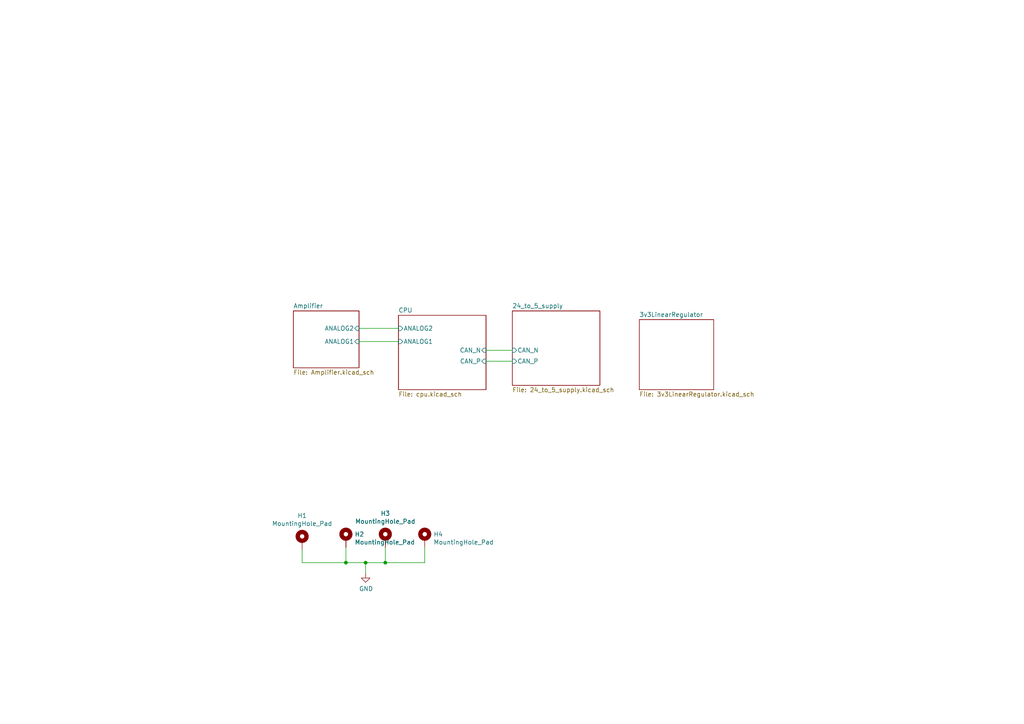
<source format=kicad_sch>
(kicad_sch (version 20230121) (generator eeschema)
  (paper "A4")
  (title_block (title "Vehicle Measurement Unit") (date "2020-02-26") (rev "1.0") (comment 1 "DeV17") (comment 2 "Vishnu N.") (comment 3 "vishnuna@kth.se") (comment 4 "Top level"))
  (lib_symbols
    (symbol "Mechanical:MountingHole_Pad" (pin_numbers hide) (pin_names (offset 1.016) hide)
      (property "Reference" "H" (at 0 6.35 0))
      (property "Value" "MountingHole_Pad" (at 0 4.445 0))
      (symbol "MountingHole_Pad_0_1"
        (circle (center 0 1.27) (radius 1.27) (stroke (width 1.27)))
      )
      (symbol "MountingHole_Pad_1_1"
        (pin input line (at 0 -2.54 90) (length 2.54) (name "1") (number "1"))
      )
    )
    (symbol "power:GND" (power) (pin_names (offset 0))
      (property "Value" "GND" (at 0 -3.81 0))
      (symbol "GND_0_1"
        (polyline (pts (xy 0 0) (xy 0 -1.27) (xy 1.27 -1.27) (xy 0 -2.54) (xy -1.27 -1.27) (xy 0 -1.27)))
      )
      (symbol "GND_1_1"
        (pin power_in line (at 0 0 270) (length 0) hide (name "GND") (number "1"))
      )
    )
  )
  (junction (at 111.76 163.195))
  (junction (at 106.045 163.195))
  (junction (at 100.33 163.195))
  (wire (pts (xy 106.045 163.195) (xy 111.76 163.195)))
  (wire (pts (xy 106.045 166.37) (xy 106.045 163.195)))
  (wire (pts (xy 100.33 158.75) (xy 100.33 163.195)))
  (wire (pts (xy 104.14 99.06) (xy 115.57 99.06)))
  (wire (pts (xy 123.19 163.195) (xy 123.19 158.75)))
  (wire (pts (xy 87.63 163.195) (xy 100.33 163.195)))
  (wire (pts (xy 111.76 163.195) (xy 123.19 163.195)))
  (wire (pts (xy 111.76 158.75) (xy 111.76 163.195)))
  (wire (pts (xy 87.63 159.385) (xy 87.63 163.195)))
  (wire (pts (xy 140.97 101.6) (xy 148.59 101.6)))
  (wire (pts (xy 100.33 163.195) (xy 106.045 163.195)))
  (wire (pts (xy 104.14 95.25) (xy 115.57 95.25)))
  (wire (pts (xy 140.97 104.775) (xy 148.59 104.775)))
  (symbol (lib_id "Mechanical:MountingHole_Pad") (at 87.63 156.845 0) (unit 1)
    (property "Reference" "H1" (at 87.63 149.5552 0))
    (property "Value" "MountingHole_Pad" (at 87.63 151.8666 0))
    (property "Footprint" "MountingHole:MountingHole_3.2mm_M3_ISO7380_Pad" (effects hide))
  )
  (symbol (lib_id "Mechanical:MountingHole_Pad") (at 100.33 156.21 0) (unit 1)
    (property "Reference" "H2" (at 102.87 154.9654 0) (effects (justify left)))
    (property "Value" "MountingHole_Pad" (at 102.87 157.2768 0) (effects (justify left)))
    (property "Footprint" "MountingHole:MountingHole_3.2mm_M3_ISO7380_Pad" (effects hide))
  )
  (symbol (lib_id "Mechanical:MountingHole_Pad") (at 111.76 156.21 0) (unit 1)
    (property "Reference" "H3" (at 111.76 148.9202 0))
    (property "Value" "MountingHole_Pad" (at 111.76 151.2316 0))
    (property "Footprint" "MountingHole:MountingHole_3.2mm_M3_ISO7380_Pad" (effects hide))
  )
  (symbol (lib_id "Mechanical:MountingHole_Pad") (at 123.19 156.21 0) (unit 1)
    (property "Reference" "H4" (at 125.73 154.9654 0) (effects (justify left)))
    (property "Value" "MountingHole_Pad" (at 125.73 157.2768 0) (effects (justify left)))
    (property "Footprint" "MountingHole:MountingHole_3.2mm_M3_ISO7380_Pad" (effects hide))
  )
  (symbol (lib_id "power:GND") (at 106.045 166.37 0) (unit 1)
    (property "Reference" "#PWR016" (effects hide))
    (property "Value" "GND" (at 106.172 170.7642 0))
  )
  (sheet (at 115.57 91.44) (size 25.4 21.59)
    (property "Sheetname" "CPU" (at 115.57 90.7284 0) (effects (justify left bottom)))
    (property "Sheetfile" "cpu.kicad_sch" (at 115.57 113.6146 0) (effects (justify left top)))
    (pin "ANALOG1" input (at 115.57 99.06 180))
    (pin "ANALOG2" input (at 115.57 95.25 180))
    (pin "CAN_P" input (at 140.97 104.775 0))
    (pin "CAN_N" input (at 140.97 101.6 0))
  )
  (sheet (at 148.59 90.17) (size 25.4 21.59)
    (property "Sheetname" "24_to_5_supply" (at 148.59 89.4584 0) (effects (justify left bottom)))
    (property "Sheetfile" "24_to_5_supply.kicad_sch" (at 148.59 112.3446 0) (effects (justify left top)))
    (pin "CAN_N" input (at 148.59 101.6 180))
    (pin "CAN_P" input (at 148.59 104.775 180))
  )
  (sheet (at 185.42 92.71) (size 21.59 20.32)
    (property "Sheetname" "3v3LinearRegulator" (at 185.42 91.9984 0) (effects (justify left bottom)))
    (property "Sheetfile" "3v3LinearRegulator.kicad_sch" (at 185.42 113.6146 0) (effects (justify left top)))
  )
  (sheet (at 85.09 90.17) (size 19.05 16.51)
    (property "Sheetname" "Amplifier" (at 85.09 89.4584 0) (effects (justify left bottom)))
    (property "Sheetfile" "Amplifier.kicad_sch" (at 85.09 107.2646 0) (effects (justify left top)))
    (pin "ANALOG1" input (at 104.14 99.06 0))
    (pin "ANALOG2" input (at 104.14 95.25 0))
  )
)
</source>
